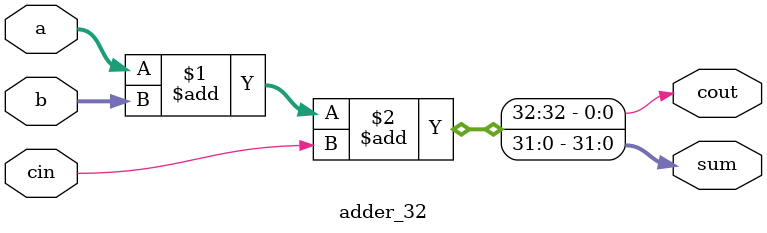
<source format=v>

module adder_32 (
    input  [31:0] a,
    input  [31:0] b,
    input         cin,      // carry input
    output [31:0] sum,
    output        cout      // carry output
);

    assign {cout, sum} = a + b + cin;

endmodule

</source>
